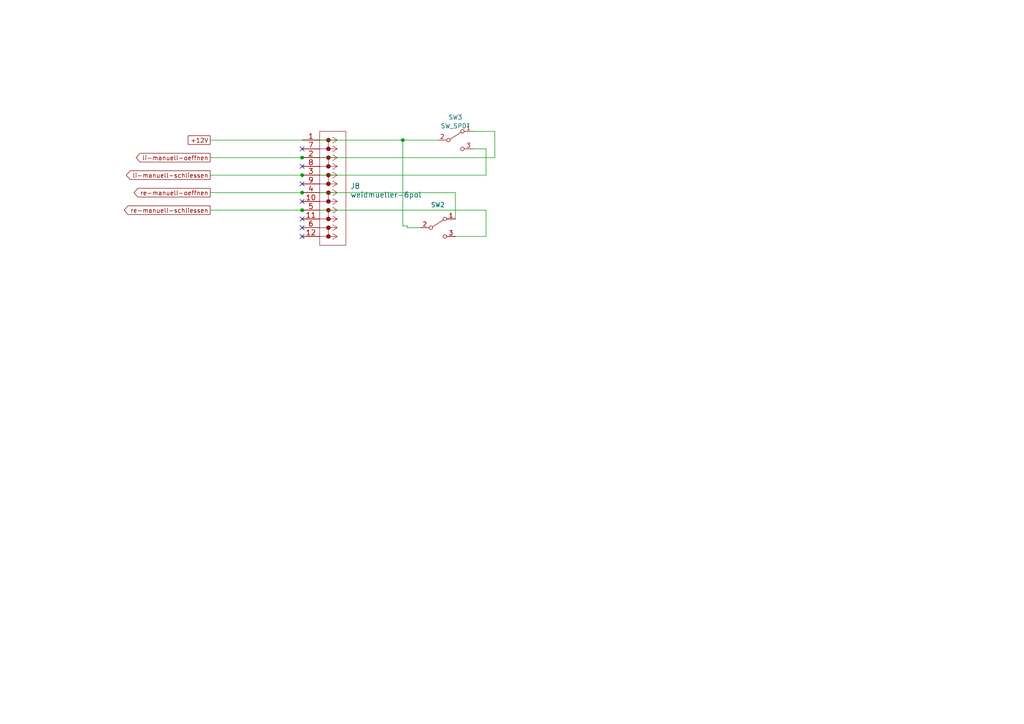
<source format=kicad_sch>
(kicad_sch (version 20230121) (generator eeschema)
  (paper "A4")
  (lib_symbols
    (symbol "Switch:SW_SPDT" (pin_names (offset 0) hide)
      (property "Reference" "SW" (at 0 4.318 0))
      (property "Value" "SW_SPDT" (at 0 -5.08 0))
      (symbol "SW_SPDT_0_0"
        (circle (center -2.032 0) (radius 0.508))
        (circle (center 2.032 -2.54) (radius 0.508))
      )
      (symbol "SW_SPDT_0_1"
        (polyline (pts (xy -1.524 0.254) (xy 1.651 2.286)))
        (circle (center 2.032 2.54) (radius 0.508))
      )
      (symbol "SW_SPDT_1_1"
        (pin passive line (at 5.08 2.54 180) (length 2.54) (name "A") (number "1"))
        (pin passive line (at -5.08 0 0) (length 2.54) (name "B") (number "2"))
        (pin passive line (at 5.08 -2.54 180) (length 2.54) (name "C") (number "3"))
      )
    )
    (symbol "Test_Lib:weidmueller-6pol" (pin_names (offset 0.254) hide)
      (property "Reference" "J9" (at 13.97 -13.335 0))
      (property "Value" "weidmueller-6pol" (at 13.97 -15.875 0))
      (symbol "weidmueller-6pol_1_1"
        (polyline (pts (xy 5.08 -30.48) (xy 12.7 -30.48)) (stroke (width 0.127)))
        (polyline (pts (xy 5.08 2.54) (xy 5.08 -30.48)) (stroke (width 0.127)))
        (polyline (pts (xy 7.62 -25.4) (xy 7.62 -27.94)) (stroke (width 0.127)))
        (polyline (pts (xy 7.62 -20.32) (xy 7.62 -22.86)) (stroke (width 0.127)))
        (polyline (pts (xy 7.62 -15.24) (xy 7.62 -17.78)) (stroke (width 0.127)))
        (polyline (pts (xy 7.62 -10.16) (xy 7.62 -12.7)) (stroke (width 0.127)))
        (polyline (pts (xy 7.62 -5.08) (xy 7.62 -7.62)) (stroke (width 0.127)))
        (polyline (pts (xy 7.62 0) (xy 7.62 -2.54)) (stroke (width 0.127)))
        (polyline (pts (xy 10.16 -27.94) (xy 5.08 -27.94)) (stroke (width 0.127)))
        (polyline (pts (xy 10.16 -27.94) (xy 8.89 -28.7782)) (stroke (width 0.127)))
        (polyline (pts (xy 10.16 -27.94) (xy 8.89 -27.1018)) (stroke (width 0.127)))
        (polyline (pts (xy 10.16 -25.4) (xy 5.08 -25.4)) (stroke (width 0.127)))
        (polyline (pts (xy 10.16 -25.4) (xy 8.89 -26.2382)) (stroke (width 0.127)))
        (polyline (pts (xy 10.16 -25.4) (xy 8.89 -24.5618)) (stroke (width 0.127)))
        (polyline (pts (xy 10.16 -22.86) (xy 5.08 -22.86)) (stroke (width 0.127)))
        (polyline (pts (xy 10.16 -22.86) (xy 8.89 -23.6982)) (stroke (width 0.127)))
        (polyline (pts (xy 10.16 -22.86) (xy 8.89 -22.0218)) (stroke (width 0.127)))
        (polyline (pts (xy 10.16 -20.32) (xy 5.08 -20.32)) (stroke (width 0.127)))
        (polyline (pts (xy 10.16 -20.32) (xy 8.89 -21.1582)) (stroke (width 0.127)))
        (polyline (pts (xy 10.16 -20.32) (xy 8.89 -19.4818)) (stroke (width 0.127)))
        (polyline (pts (xy 10.16 -17.78) (xy 5.08 -17.78)) (stroke (width 0.127)))
        (polyline (pts (xy 10.16 -17.78) (xy 8.89 -18.6182)) (stroke (width 0.127)))
        (polyline (pts (xy 10.16 -17.78) (xy 8.89 -16.9418)) (stroke (width 0.127)))
        (polyline (pts (xy 10.16 -15.24) (xy 5.08 -15.24)) (stroke (width 0.127)))
        (polyline (pts (xy 10.16 -15.24) (xy 8.89 -16.0782)) (stroke (width 0.127)))
        (polyline (pts (xy 10.16 -15.24) (xy 8.89 -14.4018)) (stroke (width 0.127)))
        (polyline (pts (xy 10.16 -12.7) (xy 5.08 -12.7)) (stroke (width 0.127)))
        (polyline (pts (xy 10.16 -12.7) (xy 8.89 -13.5382)) (stroke (width 0.127)))
        (polyline (pts (xy 10.16 -12.7) (xy 8.89 -11.8618)) (stroke (width 0.127)))
        (polyline (pts (xy 10.16 -10.16) (xy 5.08 -10.16)) (stroke (width 0.127)))
        (polyline (pts (xy 10.16 -10.16) (xy 8.89 -10.9982)) (stroke (width 0.127)))
        (polyline (pts (xy 10.16 -10.16) (xy 8.89 -9.3218)) (stroke (width 0.127)))
        (polyline (pts (xy 10.16 -7.62) (xy 5.08 -7.62)) (stroke (width 0.127)))
        (polyline (pts (xy 10.16 -7.62) (xy 8.89 -8.4582)) (stroke (width 0.127)))
        (polyline (pts (xy 10.16 -7.62) (xy 8.89 -6.7818)) (stroke (width 0.127)))
        (polyline (pts (xy 10.16 -5.08) (xy 5.08 -5.08)) (stroke (width 0.127)))
        (polyline (pts (xy 10.16 -5.08) (xy 8.89 -5.9182)) (stroke (width 0.127)))
        (polyline (pts (xy 10.16 -5.08) (xy 8.89 -4.2418)) (stroke (width 0.127)))
        (polyline (pts (xy 10.16 -2.54) (xy 5.08 -2.54)) (stroke (width 0.127)))
        (polyline (pts (xy 10.16 -2.54) (xy 8.89 -3.3782)) (stroke (width 0.127)))
        (polyline (pts (xy 10.16 -2.54) (xy 8.89 -1.7018)) (stroke (width 0.127)))
        (polyline (pts (xy 10.16 0) (xy 5.08 0)) (stroke (width 0.127)))
        (polyline (pts (xy 10.16 0) (xy 8.89 -0.8382)) (stroke (width 0.127)))
        (polyline (pts (xy 10.16 0) (xy 8.89 0.8382)) (stroke (width 0.127)))
        (polyline (pts (xy 12.7 -30.48) (xy 12.7 2.54)) (stroke (width 0.127)))
        (polyline (pts (xy 12.7 2.54) (xy 5.08 2.54)) (stroke (width 0.127)))
        (circle (center 7.62 -27.94) (radius 0.127) (stroke (width 0.508)))
        (circle (center 7.62 -25.4) (radius 0.127) (stroke (width 0.508)))
        (circle (center 7.62 -22.86) (radius 0.127) (stroke (width 0.508)))
        (circle (center 7.62 -20.32) (radius 0.127) (stroke (width 0.508)))
        (circle (center 7.62 -17.78) (radius 0.127) (stroke (width 0.508)))
        (circle (center 7.62 -15.24) (radius 0.127) (stroke (width 0.508)))
        (circle (center 7.62 -12.7) (radius 0.127) (stroke (width 0.508)))
        (circle (center 7.62 -10.16) (radius 0.127) (stroke (width 0.508)))
        (circle (center 7.62 -7.62) (radius 0.127) (stroke (width 0.508)))
        (circle (center 7.62 -5.08) (radius 0.127) (stroke (width 0.508)))
        (circle (center 7.62 -2.54) (radius 0.127) (stroke (width 0.508)))
        (circle (center 7.62 0) (radius 0.127) (stroke (width 0.508)))
        (pin power_in line (at 0 0 0) (length 5.08) (name "1") (number "1"))
        (pin unspecified line (at 0 -17.78 0) (length 5.08) (name "10") (number "10"))
        (pin unspecified line (at 0 -22.86 0) (length 5.08) (name "11") (number "11"))
        (pin unspecified line (at 0 -27.94 0) (length 5.08) (name "12") (number "12"))
        (pin bidirectional line (at 0 -5.08 0) (length 5.08) (name "2") (number "2"))
        (pin bidirectional line (at 0 -10.16 0) (length 5.08) (name "3") (number "3"))
        (pin unspecified line (at 0 -15.24 0) (length 5.08) (name "4") (number "4"))
        (pin unspecified line (at 0 -20.32 0) (length 5.08) (name "5") (number "5"))
        (pin unspecified line (at 0 -25.4 0) (length 5.08) (name "6") (number "6"))
        (pin unspecified line (at 0 -2.54 0) (length 5.08) (name "7") (number "7"))
        (pin unspecified line (at 0 -7.62 0) (length 5.08) (name "8") (number "8"))
        (pin unspecified line (at 0 -12.7 0) (length 5.08) (name "9") (number "9"))
      )
    )
  )
  (junction (at 87.63 50.8))
  (junction (at 116.84 40.64))
  (junction (at 87.63 45.72))
  (junction (at 87.63 60.96))
  (junction (at 87.63 55.88))
  (no_connect (at 87.63 53.34))
  (no_connect (at 87.63 48.26))
  (no_connect (at 87.63 63.5))
  (no_connect (at 87.63 66.04))
  (no_connect (at 87.63 68.58))
  (no_connect (at 87.63 58.42))
  (no_connect (at 87.63 43.18))
  (wire (pts (xy 60.96 45.72) (xy 87.63 45.72)))
  (wire (pts (xy 140.97 43.18) (xy 140.97 50.8)))
  (wire (pts (xy 118.11 66.04) (xy 121.92 66.04)))
  (wire (pts (xy 116.84 40.64) (xy 116.84 65.532)))
  (wire (pts (xy 132.08 68.58) (xy 140.97 68.58)))
  (wire (pts (xy 60.96 55.88) (xy 87.63 55.88)))
  (wire (pts (xy 60.96 40.64) (xy 87.63 40.64)))
  (wire (pts (xy 87.63 55.88) (xy 132.08 55.88)))
  (wire (pts (xy 140.97 50.8) (xy 87.63 50.8)))
  (wire (pts (xy 118.11 65.532) (xy 118.11 66.04)))
  (wire (pts (xy 87.63 45.72) (xy 143.51 45.72)))
  (wire (pts (xy 87.63 60.96) (xy 140.97 60.96)))
  (wire (pts (xy 137.16 43.18) (xy 140.97 43.18)))
  (wire (pts (xy 60.96 50.8) (xy 87.63 50.8)))
  (wire (pts (xy 137.16 38.1) (xy 143.51 38.1)))
  (wire (pts (xy 116.84 40.64) (xy 127 40.64)))
  (wire (pts (xy 132.08 63.5) (xy 132.08 55.88)))
  (wire (pts (xy 60.96 60.96) (xy 87.63 60.96)))
  (wire (pts (xy 143.51 45.72) (xy 143.51 38.1)))
  (wire (pts (xy 116.84 65.532) (xy 118.11 65.532)))
  (wire (pts (xy 87.884 40.64) (xy 116.84 40.64)))
  (wire (pts (xy 140.97 68.58) (xy 140.97 60.96)))
  (global_label "re-manuell-schliessen" (shape output) (at 60.96 60.96 180) (property "Intersheetrefs" "${INTERSHEET_REFS}" (effects hide)))
  (global_label "li-manuell-oeffnen" (shape output) (at 60.96 45.72 180) (property "Intersheetrefs" "${INTERSHEET_REFS}" (effects hide)))
  (global_label "li-manuell-schliessen" (shape output) (at 60.96 50.8 180) (property "Intersheetrefs" "${INTERSHEET_REFS}" (effects hide)))
  (global_label "+12V" (shape passive) (at 60.96 40.64 180) (property "Intersheetrefs" "${INTERSHEET_REFS}" (effects hide)))
  (global_label "re-manuell-oeffnen" (shape output) (at 60.96 55.88 180) (property "Intersheetrefs" "${INTERSHEET_REFS}" (effects hide)))
  (symbol (lib_id "Test_Lib:weidmueller-6pol") (at 87.63 40.64 0) (unit 1)
    (property "Reference" "J8" (at 101.6 53.975 0) (effects (font (size 1.524 1.524)) (justify left)))
    (property "Value" "weidmueller-6pol" (at 101.6 56.515 0) (effects (font (size 1.524 1.524)) (justify left)))
  )
  (symbol (lib_id "Switch:SW_SPDT") (at 127 66.04 0) (unit 1)
    (property "Reference" "SW2" (at 127 59.4192 0))
    (property "Value" "SW_SPDT" (effects hide))
  )
  (symbol (lib_id "Switch:SW_SPDT") (at 132.08 40.64 0) (unit 1)
    (property "Reference" "SW3" (at 132.08 34.0192 0))
    (property "Value" "SW_SPDT" (at 132.08 36.5561 0))
  )
)
</source>
